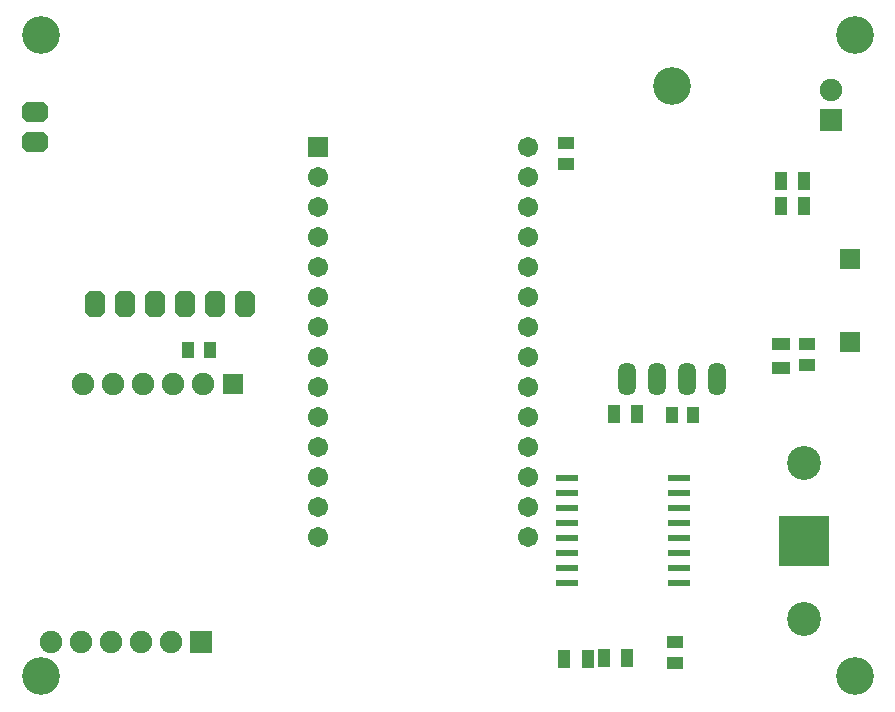
<source format=gts>
%FSTAX25Y25*%
%MOIN*%
%SFA1B1*%

%IPPOS*%
%AMD30*
4,1,8,-0.034000,0.027000,-0.034000,-0.027000,-0.017000,-0.044000,0.017000,-0.044000,0.034000,-0.027000,0.034000,0.027000,0.017000,0.044000,-0.017000,0.044000,-0.034000,0.027000,0.0*
%
%AMD31*
4,1,8,-0.027000,-0.034000,0.027000,-0.034000,0.044000,-0.017000,0.044000,0.017000,0.027000,0.034000,-0.027000,0.034000,-0.044000,0.017000,-0.044000,-0.017000,-0.027000,-0.034000,0.0*
%
%ADD18R,0.074000X0.021000*%
%ADD19R,0.044000X0.057000*%
%ADD20R,0.057000X0.044000*%
%ADD25R,0.039500X0.059180*%
%ADD26R,0.167840X0.167840*%
%ADD27R,0.059180X0.039500*%
%ADD28R,0.070990X0.070990*%
%ADD29C,0.126110*%
G04~CAMADD=30~4~0.0~0.0~880.0~680.0~0.0~170.0~0~0.0~0.0~0.0~0.0~0~0.0~0.0~0.0~0.0~0~0.0~0.0~0.0~90.0~680.0~880.0*
%ADD30D30*%
G04~CAMADD=31~4~0.0~0.0~880.0~680.0~0.0~170.0~0~0.0~0.0~0.0~0.0~0~0.0~0.0~0.0~0.0~0~0.0~0.0~0.0~180.0~880.0~680.0*
%ADD31D31*%
%ADD32C,0.074930*%
%ADD33R,0.074930X0.074930*%
%ADD34R,0.067060X0.067060*%
%ADD35O,0.059500X0.110990*%
%ADD36C,0.067060*%
%ADD37R,0.067060X0.067060*%
%ADD38R,0.074930X0.074930*%
%ADD39C,0.113120*%
%LNgateway-1*%
%LPD*%
G54D18*
X018525Y00406D03*
Y00456D03*
Y00506D03*
Y00556D03*
Y00606D03*
Y00656D03*
Y00706D03*
Y00756D03*
X022255D03*
Y00706D03*
Y00656D03*
Y00606D03*
Y00556D03*
Y00506D03*
Y00456D03*
Y00406D03*
G54D19*
X022705Y00969D03*
X021995D03*
X006595Y01184D03*
X005885D03*
G54D20*
X0221Y001395D03*
Y002105D03*
X01847Y018735D03*
Y018025D03*
X02651Y012055D03*
Y011345D03*
G54D25*
X0192037Y00155D03*
X0184163D03*
X0197263Y00158D03*
X0205137D03*
X0200663Y00971D03*
X0208537D03*
X0256363Y01749D03*
X0264237D03*
Y01663D03*
X0256363D03*
G54D26*
X02642Y00548D03*
G54D27*
X02565Y0112463D03*
Y0120337D03*
G54D28*
X02793Y0121057D03*
Y0148616D03*
G54D29*
X0281Y00097D03*
X00097D03*
Y02233D03*
X0281D03*
X022Y02063D03*
G54D30*
X00676Y01338D03*
X00776D03*
X00576D03*
X00476D03*
X00376D03*
X00276D03*
G54D31*
X00076Y01979D03*
Y01879D03*
G54D32*
X00131Y00212D03*
X00231D03*
X00331D03*
X00431D03*
X00531D03*
X0063754Y0107231D03*
X0053754D03*
X0043754D03*
X0033754D03*
X0023754D03*
X0273Y0205D03*
G54D33*
X00631Y00212D03*
G54D34*
X0073754Y0107231D03*
G54D35*
X0235Y01088D03*
X0225D03*
X0215D03*
X0205D03*
G54D36*
X0172Y0056D03*
Y0066D03*
Y0076D03*
Y0086D03*
Y0096D03*
Y0106D03*
Y0116D03*
Y0126D03*
Y0136D03*
Y0146D03*
Y0156D03*
Y0166D03*
Y0176D03*
X0102Y0056D03*
Y0066D03*
Y0076D03*
Y0086D03*
Y0096D03*
Y0106D03*
Y0116D03*
Y0126D03*
Y0136D03*
Y0146D03*
Y0156D03*
Y0166D03*
Y0176D03*
X0172Y0186D03*
G54D37*
X0102Y0186D03*
G54D38*
X0273Y0195D03*
G54D39*
X02642Y0080804D03*
Y0028796D03*
M02*
</source>
